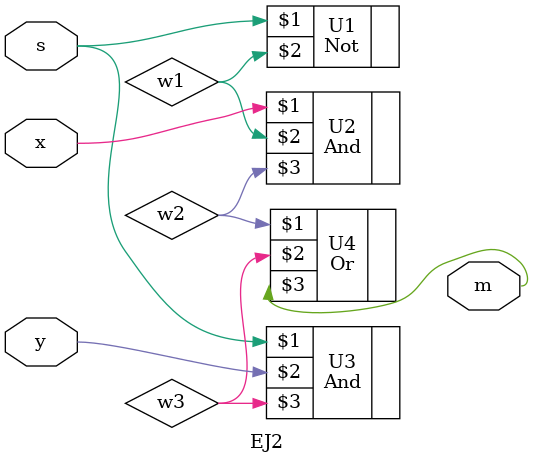
<source format=sv>

module EJ2(x,s,y,m);
  input x,s,y;
  output m;
  wire w1,w2,w3;
  
  Not U1 (s,w1);
  And U2 (x,w1,w2);
  And U3 (s,y,w3);
  Or U4 (w2,w3,m);

endmodule
</source>
